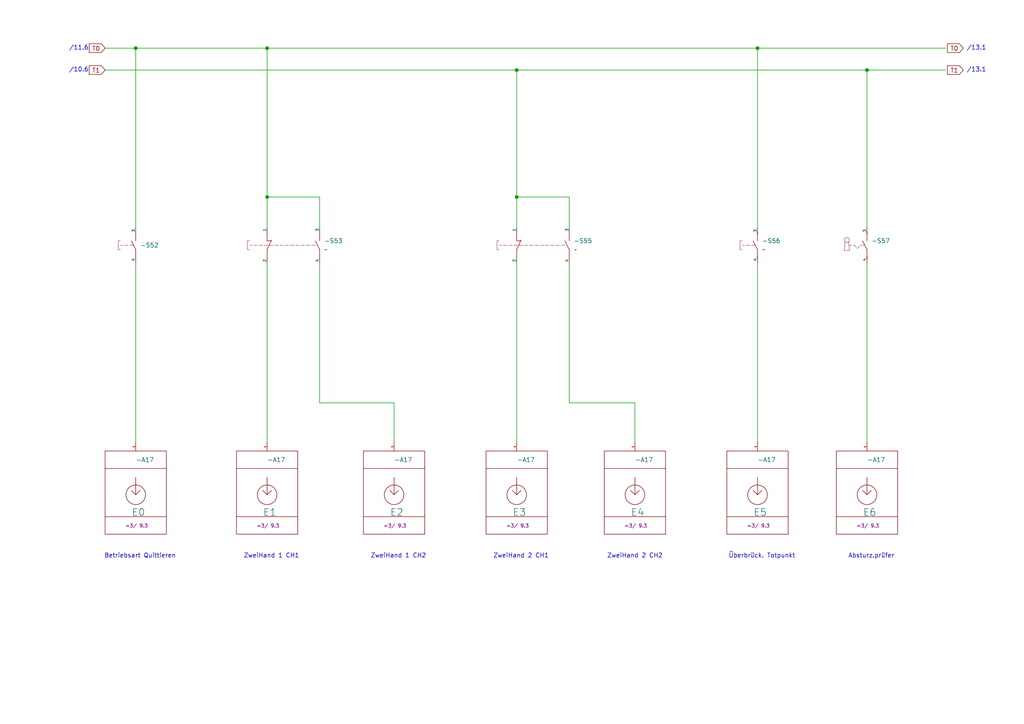
<source format=kicad_sch>
(kicad_sch (version 20250114) (generator "eeschema") (generator_version "9.0")
  (paper "A4")
  (title_block (comment 4 "3"))
  (lib_symbols
    (symbol "Taster_(S)_NO_1" (pin_numbers (hide yes)) (pin_names (offset 0))
      (property "Reference" "-S" (at -7.874 5.588 0))
      (symbol "Taster_(S)_NO_1_0_1"
        (polyline (pts (xy 0 1.27) (xy 0 3.81)))
        (polyline (pts (xy 0 1.27) (xy 0 1.27)))
        (polyline (pts (xy 0 -1.27) (xy -1.27 1.27)))
        (polyline (pts (xy 0 -1.27) (xy 0 -3.81)))
      )
      (symbol "Taster_(S)_NO_1_1_1"
        (polyline (pts (xy -4.445 -1.27) (xy -5.08 -1.27) (xy -5.08 1.27) (xy -4.445 1.27)) (stroke (width 0.1016)))
        (polyline (pts (xy -0.635 0) (xy -4.445 0)) (stroke (width 0.1016) (type dash)))
        (pin passive line (at 0 5.08 270) (length 1.778) (name "3") (number "3"))
        (pin passive line (at 0 -5.08 90) (length 1.778) (name "4") (number "4"))
      )
    )
    (symbol "standart:PLC_IN_(E)" (on_board no)
      (property "Reference" "-E" (at -6.35 10.16 0))
      (property "Target" "=Gruppe/ Seite.Pfad" (at 0.254 -8.382 0))
      (symbol "PLC_IN_(E)_0_1"
        (rectangle (start -8.89 12.7) (end 8.89 -11.43))
        (polyline (pts (xy -8.89 7.62) (xy 8.89 7.62)))
        (polyline (pts (xy -8.89 -6.35) (xy 8.89 -6.35)))
        (polyline (pts (xy 0 5.08) (xy 0 0) (xy 1.27 1.27) (xy 0 0) (xy -1.27 1.27)))
        (circle (center 0 0) (radius 2.8398))
      )
      (symbol "PLC_IN_(E)_1_1"
        (pin input line (at 0 15.24 270) (length 2.54) (name "") (number "1"))
      )
    )
    (symbol "standart:Schalter_Schluessel_(S)_NO" (pin_numbers (hide yes)) (pin_names (offset 0))
      (property "Reference" "-S" (at -6.35 4.826 0))
      (symbol "Schalter_Schluessel_(S)_NO_0_1"
        (polyline (pts (xy 0 1.27) (xy 0 3.81)))
        (polyline (pts (xy 0 1.27) (xy 0 1.27)))
        (polyline (pts (xy 0 -1.27) (xy -1.27 1.27)))
        (polyline (pts (xy 0 -1.27) (xy 0 -3.81)))
      )
      (symbol "Schalter_Schluessel_(S)_NO_1_1"
        (polyline (pts (xy -6.35 1.016) (xy -6.604 -1.524) (xy -5.08 -1.524) (xy -5.334 1.016)) (stroke (width 0.1016)))
        (circle (center -5.842 1.524) (radius 0.7184) (stroke (width 0.1016)))
        (polyline (pts (xy -0.762 0) (xy -2.032 0) (xy -2.794 -1.016) (xy -3.556 0) (xy -5.08 0)) (stroke (width 0.1016) (type dash)))
        (pin passive line (at 0 5.08 270) (length 1.778) (name "3") (number "3"))
        (pin passive line (at 0 -5.08 90) (length 1.778) (name "4") (number "4"))
      )
    )
    (symbol "standart:Taster_(S)_NC+NO" (pin_numbers (hide yes)) (pin_names (offset 0))
      (property "Reference" "-S" (at -7.62 4.318 0))
      (symbol "Taster_(S)_NC+NO_0_1"
        (polyline (pts (xy 0 1.27) (xy 0 3.81)))
        (polyline (pts (xy 0 1.27) (xy 0 1.27)))
        (polyline (pts (xy 0 -1.27) (xy 0 -3.81)))
        (polyline (pts (xy 0 -1.27) (xy 1.27 1.524)))
        (polyline (pts (xy 15.24 1.27) (xy 15.24 3.81)))
        (polyline (pts (xy 15.24 1.27) (xy 15.24 1.27)))
        (polyline (pts (xy 15.24 -1.27) (xy 13.97 1.27)))
        (polyline (pts (xy 15.24 -1.27) (xy 15.24 -3.81)))
      )
      (symbol "Taster_(S)_NC+NO_1_1"
        (polyline (pts (xy -5.08 -1.27) (xy -5.715 -1.27) (xy -5.715 1.27) (xy -5.08 1.27)) (stroke (width 0.1016)))
        (polyline (pts (xy 1.27 1.27) (xy 0 1.27)))
        (polyline (pts (xy 13.97 0) (xy -4.953 0)) (stroke (width 0.1016) (type dash)))
        (pin passive line (at 0 5.08 270) (length 1.27) (name "1") (number "1"))
        (pin passive line (at 0 -5.08 90) (length 1.27) (name "2") (number "2"))
        (pin passive line (at 15.24 5.08 270) (length 1.27) (name "3") (number "3"))
        (pin passive line (at 15.24 -5.08 90) (length 1.27) (name "4") (number "4"))
      )
    )
    (symbol "standart:Taster_(S)_NO" (pin_numbers (hide yes)) (pin_names (offset 0))
      (property "Reference" "-S" (at -7.62 4.318 0))
      (symbol "Taster_(S)_NO_0_1"
        (polyline (pts (xy 0 1.27) (xy 0 3.81)))
        (polyline (pts (xy 0 1.27) (xy 0 1.27)))
        (polyline (pts (xy 0 -1.27) (xy -1.27 1.27)))
        (polyline (pts (xy 0 -1.27) (xy 0 -3.81)))
      )
      (symbol "Taster_(S)_NO_1_1"
        (polyline (pts (xy -4.445 -1.27) (xy -5.08 -1.27) (xy -5.08 1.27) (xy -4.445 1.27)) (stroke (width 0.1016)))
        (polyline (pts (xy -0.635 0) (xy -4.445 0)) (stroke (width 0.1016) (type dash)))
        (pin passive line (at 0 5.08 270) (length 1.778) (name "3") (number "3"))
        (pin passive line (at 0 -5.08 90) (length 1.778) (name "4") (number "4"))
      )
    )
  )
  (text "ZweiHand 1 CH1" (at 78.74 161.29 0) (effects (font (size 1.27 1.27))))
  (text "ZweiHand 1 CH2\n" (at 115.57 161.29 0) (effects (font (size 1.27 1.27))))
  (text "Absturz.prüfer" (at 252.73 161.29 0) (effects (font (size 1.27 1.27))))
  (text "/13.1" (at 283.21 20.32 0) (effects (font (size 1.27 1.27))))
  (text "ZweiHand 2 CH2" (at 184.15 161.29 0) (effects (font (size 1.27 1.27))))
  (text "/10.6" (at 22.86 20.32 0) (effects (font (size 1.27 1.27))))
  (text "/13.1" (at 283.21 13.97 0) (effects (font (size 1.27 1.27))))
  (text "/11.6" (at 22.86 13.97 0) (effects (font (size 1.27 1.27))))
  (text "ZweiHand 2 CH1" (at 151.13 161.29 0) (effects (font (size 1.27 1.27))))
  (text "Überbrück. Totpunkt\n" (at 220.98 161.29 0) (effects (font (size 1.27 1.27))))
  (text "Betriebsart Quittieren" (at 40.64 161.29 0) (effects (font (size 1.27 1.27))))
  (junction (at 251.46 20.32))
  (junction (at 219.71 13.97))
  (junction (at 149.86 20.32))
  (junction (at 77.47 13.97))
  (junction (at 39.37 13.97))
  (junction (at 77.47 57.15))
  (junction (at 149.86 57.15))
  (wire (pts (xy 77.47 76.2) (xy 77.47 128.27)))
  (wire (pts (xy 219.71 76.2) (xy 219.71 128.27)))
  (wire (pts (xy 92.71 116.84) (xy 114.3 116.84)))
  (wire (pts (xy 251.46 76.2) (xy 251.46 128.27)))
  (wire (pts (xy 165.1 57.15) (xy 165.1 66.04)))
  (wire (pts (xy 149.86 57.15) (xy 149.86 66.04)))
  (wire (pts (xy 39.37 76.2) (xy 39.37 128.27)))
  (wire (pts (xy 165.1 76.2) (xy 165.1 116.84)))
  (wire (pts (xy 251.46 20.32) (xy 251.46 66.04)))
  (wire (pts (xy 30.48 20.32) (xy 149.86 20.32)))
  (wire (pts (xy 149.86 57.15) (xy 165.1 57.15)))
  (wire (pts (xy 149.86 76.2) (xy 149.86 128.27)))
  (wire (pts (xy 77.47 13.97) (xy 77.47 57.15)))
  (wire (pts (xy 92.71 76.2) (xy 92.71 116.84)))
  (wire (pts (xy 184.15 116.84) (xy 184.15 128.27)))
  (wire (pts (xy 39.37 13.97) (xy 77.47 13.97)))
  (wire (pts (xy 251.46 20.32) (xy 274.32 20.32)))
  (wire (pts (xy 114.3 116.84) (xy 114.3 128.27)))
  (wire (pts (xy 77.47 57.15) (xy 77.47 66.04)))
  (wire (pts (xy 149.86 20.32) (xy 251.46 20.32)))
  (wire (pts (xy 219.71 13.97) (xy 274.32 13.97)))
  (wire (pts (xy 77.47 13.97) (xy 219.71 13.97)))
  (wire (pts (xy 219.71 13.97) (xy 219.71 66.04)))
  (wire (pts (xy 165.1 116.84) (xy 184.15 116.84)))
  (wire (pts (xy 39.37 13.97) (xy 39.37 66.04)))
  (wire (pts (xy 92.71 57.15) (xy 92.71 66.04)))
  (wire (pts (xy 77.47 57.15) (xy 92.71 57.15)))
  (wire (pts (xy 30.48 13.97) (xy 39.37 13.97)))
  (wire (pts (xy 149.86 20.32) (xy 149.86 57.15)))
  (global_label "T0" (shape input) (at 30.48 13.97 180) (property "Intersheetrefs" "${INTERSHEET_REFS}" (effects (hide yes))))
  (global_label "T1" (shape input) (at 279.4 20.32 180) (property "Intersheetrefs" "${INTERSHEET_REFS}" (effects (hide yes))))
  (global_label "T0" (shape input) (at 279.4 13.97 180) (property "Intersheetrefs" "${INTERSHEET_REFS}" (effects (hide yes))))
  (global_label "T1" (shape input) (at 30.48 20.32 180) (property "Intersheetrefs" "${INTERSHEET_REFS}" (effects (hide yes))))
  (symbol (lib_id "standart:PLC_IN_(E)") (at 114.3 143.51 0) (unit 1) (on_board no)
    (property "Reference" "E2" (at 113.03 148.59 0) (effects (font (size 2.032 2.032)) (justify left)))
    (property "Value" "-A17" (at 114.3 133.35 0) (effects (justify left)))
    (property "Target" "=3/ 9.3" (at 114.554 151.892 0) (effects (font (size 1.016 1.016)) (justify top)))
  )
  (symbol (lib_id "standart:Taster_(S)_NO") (at 39.37 71.12 0) (unit 1)
    (property "Reference" "-S52" (at 40.64 71.1199 0) (effects (justify left)))
  )
  (symbol (lib_id "standart:Schalter_Schluessel_(S)_NO") (at 251.46 71.12 0) (unit 1)
    (property "Reference" "-S57" (at 252.73 69.8499 0) (effects (justify left)))
  )
  (symbol (lib_id "standart:PLC_IN_(E)") (at 149.86 143.51 0) (unit 1) (on_board no)
    (property "Reference" "E3" (at 148.59 148.59 0) (effects (font (size 2.032 2.032)) (justify left)))
    (property "Value" "-A17" (at 149.86 133.35 0) (effects (justify left)))
    (property "Target" "=3/ 9.3" (at 150.114 151.892 0) (effects (font (size 1.016 1.016)) (justify top)))
  )
  (symbol (lib_id "standart:PLC_IN_(E)") (at 184.15 143.51 0) (unit 1) (on_board no)
    (property "Reference" "E4" (at 182.88 148.59 0) (effects (font (size 2.032 2.032)) (justify left)))
    (property "Value" "-A17" (at 184.15 133.35 0) (effects (justify left)))
    (property "Target" "=3/ 9.3" (at 184.404 151.892 0) (effects (font (size 1.016 1.016)) (justify top)))
  )
  (symbol (lib_id "standart:PLC_IN_(E)") (at 77.47 143.51 0) (unit 1) (on_board no)
    (property "Reference" "E1" (at 76.2 148.59 0) (effects (font (size 2.032 2.032)) (justify left)))
    (property "Value" "-A17" (at 77.47 133.35 0) (effects (justify left)))
    (property "Target" "=3/ 9.3" (at 77.724 151.892 0) (effects (font (size 1.016 1.016)) (justify top)))
  )
  (symbol (lib_id "standart:Taster_(S)_NC+NO") (at 149.86 71.12 0) (unit 1)
    (property "Reference" "-S55" (at 166.37 69.8499 0) (effects (justify left)))
    (property "Value" "~" (at 166.37 72.3899 0) (effects (justify left)))
  )
  (symbol (lib_id "standart:Taster_(S)_NC+NO") (at 77.47 71.12 0) (unit 1)
    (property "Reference" "-S53" (at 93.98 69.8499 0) (effects (justify left)))
    (property "Value" "~" (at 93.98 72.3899 0) (effects (justify left)))
  )
  (symbol (lib_id "standart:PLC_IN_(E)") (at 39.37 143.51 0) (unit 1) (on_board no)
    (property "Reference" "E0" (at 38.1 148.59 0) (effects (font (size 2.032 2.032)) (justify left)))
    (property "Value" "-A17" (at 39.37 133.35 0) (effects (justify left)))
    (property "Target" "=3/ 9.3" (at 39.624 151.892 0) (effects (font (size 1.016 1.016)) (justify top)))
  )
  (symbol (lib_name "Taster_(S)_NO_1") (lib_id "standart:Taster_(S)_NO") (at 219.71 71.12 0) (unit 1)
    (property "Reference" "-S56" (at 220.98 69.8499 0) (effects (justify left)))
    (property "Value" "~" (at 220.98 72.3899 0) (effects (justify left)))
  )
  (symbol (lib_id "standart:PLC_IN_(E)") (at 219.71 143.51 0) (unit 1) (on_board no)
    (property "Reference" "E5" (at 218.44 148.59 0) (effects (font (size 2.032 2.032)) (justify left)))
    (property "Value" "-A17" (at 219.71 133.35 0) (effects (justify left)))
    (property "Target" "=3/ 9.3" (at 219.964 151.892 0) (effects (font (size 1.016 1.016)) (justify top)))
  )
  (symbol (lib_id "standart:PLC_IN_(E)") (at 251.46 143.51 0) (unit 1) (on_board no)
    (property "Reference" "E6" (at 250.19 148.59 0) (effects (font (size 2.032 2.032)) (justify left)))
    (property "Value" "-A17" (at 251.46 133.35 0) (effects (justify left)))
    (property "Target" "=3/ 9.3" (at 251.714 151.892 0) (effects (font (size 1.016 1.016)) (justify top)))
  )
)
</source>
